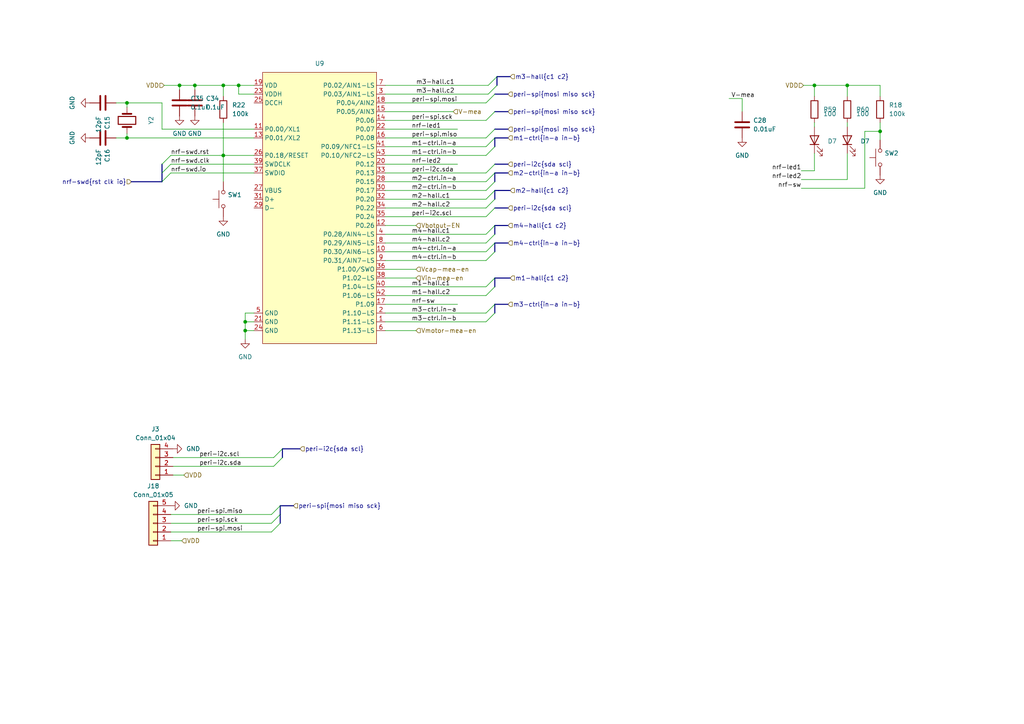
<source format=kicad_sch>
(kicad_sch (version 20230121) (generator eeschema)
  (paper "A4")
  (lib_symbols
    (symbol "Connector_Generic:Conn_01x04" (pin_names (offset 1.016) hide)
      (property "Reference" "J" (at 0 5.08 0))
      (property "Value" "Conn_01x04" (at 0 -7.62 0))
      (symbol "Conn_01x04_1_1"
        (rectangle (start -1.27 -4.953) (end 0 -5.207) (stroke (width 0.1524)))
        (rectangle (start -1.27 -2.413) (end 0 -2.667) (stroke (width 0.1524)))
        (rectangle (start -1.27 0.127) (end 0 -0.127) (stroke (width 0.1524)))
        (rectangle (start -1.27 2.667) (end 0 2.413) (stroke (width 0.1524)))
        (rectangle (start -1.27 3.81) (end 1.27 -6.35) (stroke (width 0.254)) (fill (type background)))
        (pin passive line (at -5.08 2.54 0) (length 3.81) (name "Pin_1") (number "1"))
        (pin passive line (at -5.08 0 0) (length 3.81) (name "Pin_2") (number "2"))
        (pin passive line (at -5.08 -2.54 0) (length 3.81) (name "Pin_3") (number "3"))
        (pin passive line (at -5.08 -5.08 0) (length 3.81) (name "Pin_4") (number "4"))
      )
    )
    (symbol "Connector_Generic:Conn_01x05" (pin_names (offset 1.016) hide)
      (property "Reference" "J" (at 0 7.62 0))
      (property "Value" "Conn_01x05" (at 0 -7.62 0))
      (symbol "Conn_01x05_1_1"
        (rectangle (start -1.27 -4.953) (end 0 -5.207) (stroke (width 0.1524)))
        (rectangle (start -1.27 -2.413) (end 0 -2.667) (stroke (width 0.1524)))
        (rectangle (start -1.27 0.127) (end 0 -0.127) (stroke (width 0.1524)))
        (rectangle (start -1.27 2.667) (end 0 2.413) (stroke (width 0.1524)))
        (rectangle (start -1.27 5.207) (end 0 4.953) (stroke (width 0.1524)))
        (rectangle (start -1.27 6.35) (end 1.27 -6.35) (stroke (width 0.254)) (fill (type background)))
        (pin passive line (at -5.08 5.08 0) (length 3.81) (name "Pin_1") (number "1"))
        (pin passive line (at -5.08 2.54 0) (length 3.81) (name "Pin_2") (number "2"))
        (pin passive line (at -5.08 0 0) (length 3.81) (name "Pin_3") (number "3"))
        (pin passive line (at -5.08 -2.54 0) (length 3.81) (name "Pin_4") (number "4"))
        (pin passive line (at -5.08 -5.08 0) (length 3.81) (name "Pin_5") (number "5"))
      )
    )
    (symbol "Device:C" (pin_numbers hide) (pin_names (offset 0.254))
      (property "Reference" "C" (at 0.635 2.54 0))
      (property "Value" "C" (at 0.635 -2.54 0))
      (symbol "C_0_1"
        (polyline (pts (xy -2.032 -0.762) (xy 2.032 -0.762)) (stroke (width 0.508)))
        (polyline (pts (xy -2.032 0.762) (xy 2.032 0.762)) (stroke (width 0.508)))
      )
      (symbol "C_1_1"
        (pin passive line (at 0 3.81 270) (length 2.794) (name "~") (number "1"))
        (pin passive line (at 0 -3.81 90) (length 2.794) (name "~") (number "2"))
      )
    )
    (symbol "Device:Crystal" (pin_numbers hide) (pin_names (offset 1.016) hide)
      (property "Reference" "Y" (at 0 3.81 0))
      (property "Value" "Crystal" (at 0 -3.81 0))
      (symbol "Crystal_0_1"
        (rectangle (start -1.143 2.54) (end 1.143 -2.54) (stroke (width 0.3048)))
        (polyline (pts (xy -2.54 0) (xy -1.905 0)))
        (polyline (pts (xy -1.905 -1.27) (xy -1.905 1.27)) (stroke (width 0.508)))
        (polyline (pts (xy 1.905 -1.27) (xy 1.905 1.27)) (stroke (width 0.508)))
        (polyline (pts (xy 2.54 0) (xy 1.905 0)))
      )
      (symbol "Crystal_1_1"
        (pin passive line (at -3.81 0 0) (length 1.27) (name "1") (number "1"))
        (pin passive line (at 3.81 0 180) (length 1.27) (name "2") (number "2"))
      )
    )
    (symbol "Device:LED" (pin_numbers hide) (pin_names (offset 1.016) hide)
      (property "Reference" "D" (at 0 2.54 0))
      (property "Value" "LED" (at 0 -2.54 0))
      (symbol "LED_0_1"
        (polyline (pts (xy -1.27 -1.27) (xy -1.27 1.27)) (stroke (width 0.254)))
        (polyline (pts (xy -1.27 0) (xy 1.27 0)))
        (polyline (pts (xy 1.27 -1.27) (xy 1.27 1.27) (xy -1.27 0) (xy 1.27 -1.27)) (stroke (width 0.254)))
        (polyline (pts (xy -3.048 -0.762) (xy -4.572 -2.286) (xy -3.81 -2.286) (xy -4.572 -2.286) (xy -4.572 -1.524)))
        (polyline (pts (xy -1.778 -0.762) (xy -3.302 -2.286) (xy -2.54 -2.286) (xy -3.302 -2.286) (xy -3.302 -1.524)))
      )
      (symbol "LED_1_1"
        (pin passive line (at -3.81 0 0) (length 2.54) (name "K") (number "1"))
        (pin passive line (at 3.81 0 180) (length 2.54) (name "A") (number "2"))
      )
    )
    (symbol "Device:R" (pin_numbers hide) (pin_names (offset 0))
      (property "Reference" "R" (at 2.032 0 90))
      (property "Value" "R" (at 0 0 90))
      (symbol "R_0_1"
        (rectangle (start -1.016 -2.54) (end 1.016 2.54) (stroke (width 0.254)))
      )
      (symbol "R_1_1"
        (pin passive line (at 0 3.81 270) (length 1.27) (name "~") (number "1"))
        (pin passive line (at 0 -3.81 90) (length 1.27) (name "~") (number "2"))
      )
    )
    (symbol "Fan_MCU:E73-2G4M08S1C"
      (property "Reference" "U" (at 0 40.64 0))
      (symbol "E73-2G4M08S1C_0_0"
        (pin power_in line (at -19.05 -35.56 0) (length 2.54) (name "GND") (number "24"))
      )
      (symbol "E73-2G4M08S1C_1_0"
        (pin bidirectional line (at 19.05 -33.02 180) (length 2.54) (name "P1.11-LS") (number "1"))
        (pin bidirectional line (at 19.05 -12.7 180) (length 2.54) (name "P0.30/AIN6-LS") (number "10"))
        (pin bidirectional line (at -19.05 22.86 0) (length 2.54) (name "P0.00/XL1") (number "11"))
        (pin bidirectional line (at 19.05 -5.08 180) (length 2.54) (name "P0.26") (number "12"))
        (pin bidirectional line (at -19.05 20.32 0) (length 2.54) (name "P0.01/XL2") (number "13"))
        (pin bidirectional line (at 19.05 25.4 180) (length 2.54) (name "P0.06") (number "14"))
        (pin bidirectional line (at 19.05 27.94 180) (length 2.54) (name "P0.05/AIN3") (number "15"))
        (pin bidirectional line (at 19.05 20.32 180) (length 2.54) (name "P0.08") (number "16"))
        (pin bidirectional line (at 19.05 -27.94 180) (length 2.54) (name "P1.09") (number "17"))
        (pin bidirectional line (at 19.05 30.48 180) (length 2.54) (name "P0.04/AIN2") (number "18"))
        (pin power_in line (at -19.05 35.56 0) (length 2.54) (name "VDD") (number "19"))
        (pin bidirectional line (at 19.05 -30.48 180) (length 2.54) (name "P1.10-LS") (number "2"))
        (pin bidirectional line (at 19.05 12.7 180) (length 2.54) (name "P0.12") (number "20"))
        (pin power_in line (at -19.05 -33.02 0) (length 2.54) (name "GND") (number "21"))
        (pin bidirectional line (at 19.05 22.86 180) (length 2.54) (name "P0.07") (number "22"))
        (pin power_in line (at -19.05 33.02 0) (length 2.54) (name "VDDH") (number "23"))
        (pin power_in line (at -19.05 30.48 0) (length 2.54) (name "DCCH") (number "25"))
        (pin bidirectional line (at -19.05 15.24 0) (length 2.54) (name "P0.18/RESET") (number "26"))
        (pin power_in line (at -19.05 5.08 0) (length 2.54) (name "VBUS") (number "27"))
        (pin bidirectional line (at 19.05 7.62 180) (length 2.54) (name "P0.15") (number "28"))
        (pin bidirectional line (at -19.05 0 0) (length 2.54) (name "D-") (number "29"))
        (pin bidirectional line (at 19.05 33.02 180) (length 2.54) (name "P0.03/AIN1-LS") (number "3"))
        (pin bidirectional line (at 19.05 5.08 180) (length 2.54) (name "P0.17") (number "30"))
        (pin bidirectional line (at -19.05 2.54 0) (length 2.54) (name "D+") (number "31"))
        (pin bidirectional line (at 19.05 2.54 180) (length 2.54) (name "P0.20") (number "32"))
        (pin bidirectional line (at 19.05 10.16 180) (length 2.54) (name "P0.13") (number "33"))
        (pin bidirectional line (at 19.05 0 180) (length 2.54) (name "P0.22") (number "34"))
        (pin bidirectional line (at 19.05 -2.54 180) (length 2.54) (name "P0.24") (number "35"))
        (pin bidirectional line (at 19.05 -17.78 180) (length 2.54) (name "P1.00/SWO") (number "36"))
        (pin bidirectional line (at -19.05 10.16 0) (length 2.54) (name "SWDIO") (number "37"))
        (pin bidirectional line (at 19.05 -20.32 180) (length 2.54) (name "P1.02-LS") (number "38"))
        (pin bidirectional line (at -19.05 12.7 0) (length 2.54) (name "SWDCLK") (number "39"))
        (pin bidirectional line (at 19.05 -7.62 180) (length 2.54) (name "P0.28/AIN4-LS") (number "4"))
        (pin bidirectional line (at 19.05 -22.86 180) (length 2.54) (name "P1.04-LS") (number "40"))
        (pin bidirectional line (at 19.05 17.78 180) (length 2.54) (name "P0.09/NFC1-LS") (number "41"))
        (pin bidirectional line (at 19.05 -25.4 180) (length 2.54) (name "P1.06-LS") (number "42"))
        (pin bidirectional line (at 19.05 15.24 180) (length 2.54) (name "P0.10/NFC2-LS") (number "43"))
        (pin power_in line (at -19.05 -30.48 0) (length 2.54) (name "GND") (number "5"))
        (pin bidirectional line (at 19.05 -35.56 180) (length 2.54) (name "P1.13-LS") (number "6"))
        (pin bidirectional line (at 19.05 35.56 180) (length 2.54) (name "P0.02/AIN1-LS") (number "7"))
        (pin bidirectional line (at 19.05 -10.16 180) (length 2.54) (name "P0.29/AIN5-LS") (number "8"))
        (pin bidirectional line (at 19.05 -15.24 180) (length 2.54) (name "P0.31/AIN7-LS") (number "9"))
      )
      (symbol "E73-2G4M08S1C_1_1"
        (rectangle (start -16.51 39.37) (end 16.51 -39.37) (fill (type background)))
      )
    )
    (symbol "Switch:SW_Push" (pin_numbers hide) (pin_names (offset 1.016) hide)
      (property "Reference" "SW" (at 1.27 2.54 0))
      (property "Value" "SW_Push" (at 0 -1.524 0))
      (symbol "SW_Push_0_1"
        (circle (center -2.032 0) (radius 0.508))
        (polyline (pts (xy 0 1.27) (xy 0 3.048)))
        (polyline (pts (xy 2.54 1.27) (xy -2.54 1.27)))
        (circle (center 2.032 0) (radius 0.508))
        (pin passive line (at -5.08 0 0) (length 2.54) (name "1") (number "1"))
        (pin passive line (at 5.08 0 180) (length 2.54) (name "2") (number "2"))
      )
    )
    (symbol "power:GND" (power) (pin_names (offset 0))
      (property "Value" "GND" (at 0 -3.81 0))
      (symbol "GND_0_1"
        (polyline (pts (xy 0 0) (xy 0 -1.27) (xy 1.27 -1.27) (xy 0 -2.54) (xy -1.27 -1.27) (xy 0 -1.27)))
      )
      (symbol "GND_1_1"
        (pin power_in line (at 0 0 270) (length 0) hide (name "GND") (number "1"))
      )
    )
  )
  (junction (at 245.745 24.765))
  (junction (at 64.77 45.085))
  (junction (at 52.07 24.765))
  (junction (at 36.83 40.005))
  (junction (at 255.27 38.1))
  (junction (at 71.12 93.345))
  (junction (at 36.83 29.845))
  (junction (at 71.12 95.885))
  (junction (at 56.515 24.765))
  (junction (at 69.215 24.765))
  (junction (at 64.77 24.765))
  (junction (at 236.22 24.765))
  (bus_entry (at 79.375 132.715) (size 2.54 -2.54))
  (bus_entry (at 143.51 40.005) (size -2.54 2.54))
  (bus_entry (at 140.97 62.865) (size 2.54 -2.54))
  (bus_entry (at 140.97 50.165) (size 2.54 -2.54))
  (bus_entry (at 143.51 50.165) (size -2.54 2.54))
  (bus_entry (at 79.375 135.255) (size 2.54 -2.54))
  (bus_entry (at 143.51 67.945) (size -2.54 2.54))
  (bus_entry (at 140.97 57.785) (size 2.54 -2.54))
  (bus_entry (at 140.97 29.845) (size 2.54 -2.54))
  (bus_entry (at 144.145 22.225) (size -2.54 2.54))
  (bus_entry (at 49.53 50.165) (size -2.54 2.54))
  (bus_entry (at 144.145 24.765) (size -2.54 2.54))
  (bus_entry (at 78.74 154.305) (size 2.54 -2.54))
  (bus_entry (at 140.97 60.325) (size 2.54 -2.54))
  (bus_entry (at 78.74 149.225) (size 2.54 -2.54))
  (bus_entry (at 143.51 42.545) (size -2.54 2.54))
  (bus_entry (at 143.51 80.645) (size -2.54 2.54))
  (bus_entry (at 143.51 73.025) (size -2.54 2.54))
  (bus_entry (at 49.53 45.085) (size -2.54 2.54))
  (bus_entry (at 140.97 40.005) (size 2.54 -2.54))
  (bus_entry (at 78.74 151.765) (size 2.54 -2.54))
  (bus_entry (at 143.51 83.185) (size -2.54 2.54))
  (bus_entry (at 143.51 90.805) (size -2.54 2.54))
  (bus_entry (at 143.51 52.705) (size -2.54 2.54))
  (bus_entry (at 140.97 34.925) (size 2.54 -2.54))
  (bus_entry (at 143.51 88.265) (size -2.54 2.54))
  (bus_entry (at 49.53 47.625) (size -2.54 2.54))
  (bus_entry (at 143.51 70.485) (size -2.54 2.54))
  (bus_entry (at 143.51 65.405) (size -2.54 2.54))
  (wire (pts (xy 111.76 37.465) (xy 132.715 37.465)))
  (wire (pts (xy 111.76 62.865) (xy 140.97 62.865)))
  (bus (pts (xy 147.955 22.225) (xy 144.145 22.225)))
  (wire (pts (xy 50.165 135.255) (xy 79.375 135.255)))
  (wire (pts (xy 111.76 70.485) (xy 140.97 70.485)))
  (wire (pts (xy 232.41 54.61) (xy 250.825 54.61)))
  (wire (pts (xy 111.76 40.005) (xy 140.97 40.005)))
  (bus (pts (xy 81.28 146.685) (xy 81.28 149.225)))
  (wire (pts (xy 236.22 36.83) (xy 236.22 35.56)))
  (wire (pts (xy 111.76 90.805) (xy 140.97 90.805)))
  (bus (pts (xy 81.915 130.175) (xy 81.915 132.715)))
  (bus (pts (xy 38.1 52.705) (xy 46.99 52.705)))
  (wire (pts (xy 71.12 90.805) (xy 71.12 93.345)))
  (bus (pts (xy 143.51 40.005) (xy 143.51 42.545)))
  (wire (pts (xy 33.655 29.845) (xy 36.83 29.845)))
  (wire (pts (xy 53.34 137.795) (xy 50.165 137.795)))
  (wire (pts (xy 73.66 24.765) (xy 69.215 24.765)))
  (wire (pts (xy 111.76 34.925) (xy 140.97 34.925)))
  (wire (pts (xy 111.76 57.785) (xy 140.97 57.785)))
  (wire (pts (xy 255.27 35.56) (xy 255.27 38.1)))
  (wire (pts (xy 56.515 24.765) (xy 64.77 24.765)))
  (bus (pts (xy 143.51 50.165) (xy 143.51 52.705)))
  (wire (pts (xy 111.76 55.245) (xy 140.97 55.245)))
  (wire (pts (xy 111.76 93.345) (xy 140.97 93.345)))
  (wire (pts (xy 69.215 24.765) (xy 64.77 24.765)))
  (wire (pts (xy 111.76 50.165) (xy 140.97 50.165)))
  (wire (pts (xy 111.76 42.545) (xy 140.97 42.545)))
  (wire (pts (xy 73.66 90.805) (xy 71.12 90.805)))
  (wire (pts (xy 49.53 45.085) (xy 64.77 45.085)))
  (wire (pts (xy 36.83 40.005) (xy 36.83 38.735)))
  (wire (pts (xy 111.76 47.625) (xy 132.715 47.625)))
  (bus (pts (xy 147.32 88.265) (xy 143.51 88.265)))
  (wire (pts (xy 255.27 38.1) (xy 250.825 38.1)))
  (wire (pts (xy 111.76 52.705) (xy 140.97 52.705)))
  (bus (pts (xy 81.28 149.225) (xy 81.28 151.765)))
  (wire (pts (xy 245.745 24.765) (xy 255.27 24.765)))
  (wire (pts (xy 211.455 28.575) (xy 215.265 28.575)))
  (bus (pts (xy 143.51 27.305) (xy 147.32 27.305)))
  (bus (pts (xy 147.32 50.165) (xy 143.51 50.165)))
  (wire (pts (xy 49.53 50.165) (xy 73.66 50.165)))
  (wire (pts (xy 49.53 154.305) (xy 78.74 154.305)))
  (wire (pts (xy 46.99 29.845) (xy 46.99 37.465)))
  (wire (pts (xy 233.045 24.765) (xy 236.22 24.765)))
  (wire (pts (xy 111.76 95.885) (xy 120.65 95.885)))
  (wire (pts (xy 73.66 95.885) (xy 71.12 95.885)))
  (wire (pts (xy 73.66 27.305) (xy 69.215 27.305)))
  (wire (pts (xy 56.515 24.765) (xy 56.515 26.035)))
  (wire (pts (xy 111.76 24.765) (xy 141.605 24.765)))
  (bus (pts (xy 46.99 47.625) (xy 46.99 50.165)))
  (wire (pts (xy 73.66 40.005) (xy 36.83 40.005)))
  (wire (pts (xy 71.12 93.345) (xy 71.12 95.885)))
  (bus (pts (xy 143.51 88.265) (xy 143.51 90.805)))
  (wire (pts (xy 111.76 73.025) (xy 140.97 73.025)))
  (bus (pts (xy 143.51 32.385) (xy 147.32 32.385)))
  (wire (pts (xy 50.165 132.715) (xy 79.375 132.715)))
  (wire (pts (xy 111.76 83.185) (xy 140.97 83.185)))
  (bus (pts (xy 81.28 146.685) (xy 85.09 146.685)))
  (wire (pts (xy 49.53 151.765) (xy 78.74 151.765)))
  (wire (pts (xy 64.77 24.765) (xy 64.77 27.94)))
  (wire (pts (xy 36.83 29.845) (xy 46.99 29.845)))
  (bus (pts (xy 147.955 80.645) (xy 143.51 80.645)))
  (wire (pts (xy 46.99 37.465) (xy 73.66 37.465)))
  (wire (pts (xy 47.625 24.765) (xy 52.07 24.765)))
  (bus (pts (xy 147.32 70.485) (xy 143.51 70.485)))
  (wire (pts (xy 64.77 45.085) (xy 73.66 45.085)))
  (wire (pts (xy 52.07 24.765) (xy 52.07 26.035)))
  (wire (pts (xy 52.07 24.765) (xy 56.515 24.765)))
  (bus (pts (xy 143.51 60.325) (xy 147.32 60.325)))
  (wire (pts (xy 111.76 80.645) (xy 120.65 80.645)))
  (wire (pts (xy 111.76 60.325) (xy 140.97 60.325)))
  (bus (pts (xy 81.915 130.175) (xy 86.995 130.175)))
  (bus (pts (xy 144.145 22.225) (xy 144.145 24.765)))
  (wire (pts (xy 64.77 45.085) (xy 64.77 52.705)))
  (bus (pts (xy 147.32 65.405) (xy 143.51 65.405)))
  (bus (pts (xy 143.51 55.245) (xy 143.51 57.785)))
  (wire (pts (xy 245.745 44.45) (xy 245.745 52.07)))
  (bus (pts (xy 143.51 47.625) (xy 147.32 47.625)))
  (bus (pts (xy 143.51 55.245) (xy 147.955 55.245)))
  (wire (pts (xy 111.76 45.085) (xy 140.97 45.085)))
  (bus (pts (xy 143.51 37.465) (xy 147.32 37.465)))
  (wire (pts (xy 236.22 27.94) (xy 236.22 24.765)))
  (bus (pts (xy 143.51 70.485) (xy 143.51 73.025)))
  (wire (pts (xy 245.745 24.765) (xy 245.745 27.94)))
  (wire (pts (xy 236.22 24.765) (xy 245.745 24.765)))
  (wire (pts (xy 36.83 29.845) (xy 36.83 31.115)))
  (wire (pts (xy 111.76 75.565) (xy 140.97 75.565)))
  (wire (pts (xy 52.705 156.845) (xy 49.53 156.845)))
  (wire (pts (xy 49.53 47.625) (xy 73.66 47.625)))
  (wire (pts (xy 73.66 93.345) (xy 71.12 93.345)))
  (wire (pts (xy 111.76 32.385) (xy 131.445 32.385)))
  (wire (pts (xy 49.53 149.225) (xy 78.74 149.225)))
  (wire (pts (xy 111.76 27.305) (xy 141.605 27.305)))
  (wire (pts (xy 255.27 24.765) (xy 255.27 27.94)))
  (bus (pts (xy 147.32 40.005) (xy 143.51 40.005)))
  (bus (pts (xy 143.51 80.645) (xy 143.51 83.185)))
  (wire (pts (xy 64.77 35.56) (xy 64.77 45.085)))
  (wire (pts (xy 232.41 49.53) (xy 236.22 49.53)))
  (wire (pts (xy 255.27 38.1) (xy 255.27 40.64)))
  (wire (pts (xy 232.41 52.07) (xy 245.745 52.07)))
  (wire (pts (xy 36.83 40.005) (xy 33.655 40.005)))
  (wire (pts (xy 111.76 29.845) (xy 140.97 29.845)))
  (wire (pts (xy 69.215 27.305) (xy 69.215 24.765)))
  (wire (pts (xy 111.76 88.265) (xy 132.715 88.265)))
  (wire (pts (xy 236.22 44.45) (xy 236.22 49.53)))
  (wire (pts (xy 71.12 95.885) (xy 71.12 98.425)))
  (wire (pts (xy 250.825 38.1) (xy 250.825 54.61)))
  (wire (pts (xy 111.76 85.725) (xy 140.97 85.725)))
  (wire (pts (xy 111.76 67.945) (xy 140.97 67.945)))
  (bus (pts (xy 46.99 50.165) (xy 46.99 52.705)))
  (bus (pts (xy 143.51 65.405) (xy 143.51 67.945)))
  (wire (pts (xy 111.76 65.405) (xy 120.65 65.405)))
  (wire (pts (xy 245.745 36.83) (xy 245.745 35.56)))
  (wire (pts (xy 111.76 78.105) (xy 120.65 78.105)))
  (wire (pts (xy 215.265 32.385) (xy 215.265 28.575)))
  (label "V-mea" (at 212.09 28.575 0))
  (label "nrf-led2" (at 119.38 47.625 0))
  (label "nrf-swd.rst" (at 49.53 45.085 0))
  (label "nrf-sw" (at 119.38 88.265 0))
  (label "nrf-swd.io" (at 49.53 50.165 0))
  (label "peri-spi.mosi" (at 57.15 154.305 0))
  (label "m2-hall.c2" (at 119.38 60.325 0))
  (label "peri-spi.miso" (at 57.15 149.225 0))
  (label "nrf-led2" (at 232.41 52.07 180))
  (label "m1-ctrl.in-a" (at 119.38 42.545 0))
  (label "peri-i2c.sda" (at 119.38 50.165 0))
  (label "m3-ctrl.in-a" (at 119.38 90.805 0))
  (label "peri-i2c.scl" (at 119.38 62.865 0))
  (label "nrf-led1" (at 119.38 37.465 0))
  (label "peri-spi.sck" (at 57.15 151.765 0))
  (label "m4-hall.c1" (at 119.38 67.945 0))
  (label "m1-hall.c2" (at 119.38 85.725 0))
  (label "m4-ctrl.in-b" (at 119.38 75.565 0))
  (label "m2-ctrl.in-a" (at 119.38 52.705 0))
  (label "m1-hall.c1" (at 119.38 83.185 0))
  (label "m2-hall.c1" (at 119.38 57.785 0))
  (label "peri-i2c.scl" (at 57.785 132.715 0))
  (label "m1-ctrl.in-b" (at 119.38 45.085 0))
  (label "m3-hall.c2" (at 120.65 27.305 0))
  (label "m4-ctrl.in-a" (at 119.38 73.025 0))
  (label "m3-hall.c1" (at 120.65 24.765 0))
  (label "peri-spi.sck" (at 119.38 34.925 0))
  (label "peri-spi.miso" (at 119.38 40.005 0))
  (label "m3-ctrl.in-b" (at 119.38 93.345 0))
  (label "nrf-sw" (at 232.41 54.61 180))
  (label "peri-i2c.sda" (at 57.785 135.255 0))
  (label "nrf-led1" (at 232.41 49.53 180))
  (label "peri-spi.mosi" (at 119.38 29.845 0))
  (label "nrf-swd.clk" (at 49.53 47.625 0))
  (label "m4-hall.c2" (at 119.38 70.485 0))
  (label "m2-ctrl.in-b" (at 119.38 55.245 0))
  (hierarchical_label "VDD" (shape input) (at 53.34 137.795 0))
  (hierarchical_label "m4-ctrl{in-a in-b}" (shape input) (at 147.32 70.485 0))
  (hierarchical_label "m3-hall{c1 c2}" (shape input) (at 147.955 22.225 0))
  (hierarchical_label "m2-ctrl{in-a in-b}" (shape input) (at 147.32 50.165 0))
  (hierarchical_label "m2-hall{c1 c2}" (shape input) (at 147.955 55.245 0))
  (hierarchical_label "m4-hall{c1 c2}" (shape input) (at 147.32 65.405 0))
  (hierarchical_label "VDD" (shape input) (at 52.705 156.845 0))
  (hierarchical_label "peri-spi{mosi miso sck}" (shape input) (at 147.32 32.385 0))
  (hierarchical_label "peri-i2c{sda scl}" (shape input) (at 86.995 130.175 0))
  (hierarchical_label "nrf-swd{rst clk io}" (shape input) (at 38.1 52.705 180))
  (hierarchical_label "Vin-mea-en" (shape input) (at 120.65 80.645 0))
  (hierarchical_label "Vcap-mea-en" (shape input) (at 120.65 78.105 0))
  (hierarchical_label "V-mea" (shape input) (at 131.445 32.385 0))
  (hierarchical_label "m3-ctrl{in-a in-b}" (shape input) (at 147.32 88.265 0))
  (hierarchical_label "Vbotout-EN" (shape input) (at 120.65 65.405 0))
  (hierarchical_label "peri-spi{mosi miso sck}" (shape input) (at 85.09 146.685 0))
  (hierarchical_label "peri-spi{mosi miso sck}" (shape input) (at 147.32 37.465 0))
  (hierarchical_label "peri-i2c{sda scl}" (shape input) (at 147.32 60.325 0))
  (hierarchical_label "VDD" (shape input) (at 233.045 24.765 180))
  (hierarchical_label "VDD" (shape input) (at 47.625 24.765 180))
  (hierarchical_label "Vmotor-mea-en" (shape input) (at 120.65 95.885 0))
  (hierarchical_label "peri-spi{mosi miso sck}" (shape input) (at 147.32 27.305 0))
  (hierarchical_label "peri-i2c{sda scl}" (shape input) (at 147.32 47.625 0))
  (hierarchical_label "m1-hall{c1 c2}" (shape input) (at 147.955 80.645 0))
  (hierarchical_label "m1-ctrl{in-a in-b}" (shape input) (at 147.32 40.005 0))
  (symbol (lib_id "Switch:SW_Push") (at 255.27 45.72 90) (unit 1)
    (property "Reference" "SW2" (at 256.54 44.45 90) (effects (justify right)))
    (property "Value" "TS-1088-AR02016" (effects hide))
    (property "Footprint" "Button_Switch_SMD:SW_Push_SPST_NO_Alps_SKRK" (effects hide))
  )
  (symbol (lib_id "Connector_Generic:Conn_01x04") (at 45.085 135.255 180) (unit 1)
    (property "Reference" "J3" (at 45.085 124.46 0))
    (property "Value" "Conn_01x04" (at 45.085 127 0))
    (property "Footprint" "Connector_PinHeader_2.54mm:PinHeader_1x04_P2.54mm_Vertical" (effects hide))
  )
  (symbol (lib_id "Device:Crystal") (at 36.83 34.925 270) (unit 1)
    (property "Reference" "Y2" (at 43.815 34.925 0))
    (property "Value" "Q13FC1350000400" (effects hide))
    (property "Footprint" "Crystal:Crystal_SMD_3215-2Pin_3.2x1.5mm" (effects hide))
  )
  (symbol (lib_id "Connector_Generic:Conn_01x05") (at 44.45 151.765 180) (unit 1)
    (property "Reference" "J18" (at 44.45 140.97 0))
    (property "Value" "Conn_01x05" (at 44.45 143.51 0))
    (property "Footprint" "Connector_PinHeader_2.54mm:PinHeader_1x05_P2.54mm_Vertical" (effects hide))
  )
  (symbol (lib_id "power:GND") (at 49.53 146.685 90) (unit 1)
    (property "Reference" "#PWR03" (effects hide))
    (property "Value" "GND" (at 53.34 146.685 90) (effects (justify right)))
  )
  (symbol (lib_id "Device:C") (at 52.07 29.845 0) (unit 1)
    (property "Reference" "C35" (at 55.245 28.575 0) (effects (justify left)))
    (property "Value" "0.1uF" (at 55.245 31.115 0) (effects (justify left)))
    (property "Footprint" "Capacitor_SMD:C_0603_1608Metric" (effects hide))
  )
  (symbol (lib_id "power:GND") (at 52.07 33.655 0) (unit 1)
    (property "Reference" "#PWR095" (effects hide))
    (property "Value" "GND" (at 52.07 38.735 0))
  )
  (symbol (lib_id "power:GND") (at 255.27 50.8 0) (unit 1)
    (property "Reference" "#PWR01" (effects hide))
    (property "Value" "GND" (at 255.27 55.88 0))
  )
  (symbol (lib_id "Device:R") (at 245.745 31.75 0) (unit 1)
    (property "Reference" "R60" (at 248.285 31.75 0) (effects (justify left)))
    (property "Value" "100" (at 248.285 33.02 0) (effects (justify left)))
    (property "Footprint" "Resistor_SMD:R_0603_1608Metric" (effects hide))
    (instances (project "nullbot" (path "" (reference "R60") (unit 1)) (path "" (reference "R51") (unit 1))))
  )
  (symbol (lib_id "power:GND") (at 215.265 40.005 0) (unit 1)
    (property "Reference" "#PWR0100" (effects hide))
    (property "Value" "GND" (at 215.265 45.085 0))
  )
  (symbol (lib_id "power:GND") (at 50.165 130.175 90) (unit 1)
    (property "Reference" "#PWR02" (effects hide))
    (property "Value" "GND" (at 53.975 130.175 90) (effects (justify right)))
  )
  (symbol (lib_id "Device:R") (at 64.77 31.75 0) (unit 1)
    (property "Reference" "R22" (at 67.31 30.48 0) (effects (justify left)))
    (property "Value" "100k" (at 67.31 33.02 0) (effects (justify left)))
    (property "Footprint" "Resistor_SMD:R_0603_1608Metric" (effects hide))
  )
  (symbol (lib_id "Device:C") (at 29.845 40.005 270) (unit 1)
    (property "Reference" "C16" (at 31.115 43.18 0) (effects (justify left)))
    (property "Value" "12pF" (at 28.575 43.18 0) (effects (justify left)))
    (property "Footprint" "Capacitor_SMD:C_0603_1608Metric" (effects hide))
  )
  (symbol (lib_id "Device:R") (at 255.27 31.75 0) (unit 1)
    (property "Reference" "R18" (at 257.81 30.48 0) (effects (justify left)))
    (property "Value" "100k" (at 257.81 33.02 0) (effects (justify left)))
    (property "Footprint" "Resistor_SMD:R_0603_1608Metric" (effects hide))
  )
  (symbol (lib_id "Device:R") (at 236.22 31.75 0) (unit 1)
    (property "Reference" "R59" (at 238.76 31.75 0) (effects (justify left)))
    (property "Value" "100" (at 238.76 33.02 0) (effects (justify left)))
    (property "Footprint" "Resistor_SMD:R_0603_1608Metric" (effects hide))
    (instances (project "nullbot" (path "" (reference "R59") (unit 1)) (path "" (reference "R51") (unit 1))))
  )
  (symbol (lib_id "Device:C") (at 215.265 36.195 0) (unit 1)
    (property "Reference" "C28" (at 218.44 34.925 0) (effects (justify left)))
    (property "Value" "0.01uF" (at 218.44 37.465 0) (effects (justify left)))
    (property "Footprint" "Capacitor_SMD:C_0603_1608Metric" (effects hide))
  )
  (symbol (lib_id "Device:LED") (at 245.745 40.64 90) (unit 1)
    (property "Reference" "D7" (at 249.555 40.9575 90) (effects (justify right)))
    (property "Value" "19-217/BHC-ZL1M2RY/3T" (effects hide))
    (property "Footprint" "LED_SMD:LED_0603_1608Metric" (effects hide))
    (instances (project "nullbot" (path "" (reference "D7") (unit 1)) (path "" (reference "D16") (unit 1))))
  )
  (symbol (lib_id "Device:C") (at 56.515 29.845 0) (unit 1)
    (property "Reference" "C34" (at 59.69 28.575 0) (effects (justify left)))
    (property "Value" "0.1uF" (at 59.69 31.115 0) (effects (justify left)))
    (property "Footprint" "Capacitor_SMD:C_0603_1608Metric" (effects hide))
  )
  (symbol (lib_id "power:GND") (at 71.12 98.425 0) (unit 1)
    (property "Reference" "#PWR054" (effects hide))
    (property "Value" "GND" (at 71.12 103.505 0))
  )
  (symbol (lib_id "power:GND") (at 26.035 29.845 270) (unit 1)
    (property "Reference" "#PWR055" (effects hide))
    (property "Value" "GND" (at 20.955 29.845 0))
  )
  (symbol (lib_id "Fan_MCU:E73-2G4M08S1C") (at 92.71 60.325 0) (unit 1)
    (property "Reference" "U9" (at 92.71 18.415 0))
    (property "Value" "E73-2G4M08S1C" (effects hide))
    (property "Footprint" "Fan-MCU-Library:E73-2G4M08S1C" (effects hide))
  )
  (symbol (lib_id "power:GND") (at 26.035 40.005 270) (unit 1)
    (property "Reference" "#PWR056" (effects hide))
    (property "Value" "GND" (at 20.955 40.005 0))
  )
  (symbol (lib_id "power:GND") (at 64.77 62.865 0) (unit 1)
    (property "Reference" "#PWR057" (effects hide))
    (property "Value" "GND" (at 64.77 67.945 0))
  )
  (symbol (lib_id "Device:LED") (at 236.22 40.64 90) (unit 1)
    (property "Reference" "D7" (at 240.03 40.9575 90) (effects (justify right)))
    (property "Value" "19-217/BHC-ZL1M2RY/3T" (effects hide))
    (property "Footprint" "LED_SMD:LED_0603_1608Metric" (effects hide))
    (instances (project "nullbot" (path "" (reference "D7") (unit 1)) (path "" (reference "D15") (unit 1))))
  )
  (symbol (lib_id "Device:C") (at 29.845 29.845 270) (unit 1)
    (property "Reference" "C15" (at 31.115 33.655 0) (effects (justify left)))
    (property "Value" "12pF" (at 28.575 33.655 0) (effects (justify left)))
    (property "Footprint" "Capacitor_SMD:C_0603_1608Metric" (effects hide))
  )
  (symbol (lib_id "Switch:SW_Push") (at 64.77 57.785 90) (unit 1)
    (property "Reference" "SW1" (at 66.04 56.515 90) (effects (justify right)))
    (property "Value" "TS-1088-AR02016" (effects hide))
    (property "Footprint" "Button_Switch_SMD:SW_Push_SPST_NO_Alps_SKRK" (effects hide))
  )
  (symbol (lib_id "power:GND") (at 56.515 33.655 0) (unit 1)
    (property "Reference" "#PWR094" (effects hide))
    (property "Value" "GND" (at 56.515 38.735 0))
  )
)
</source>
